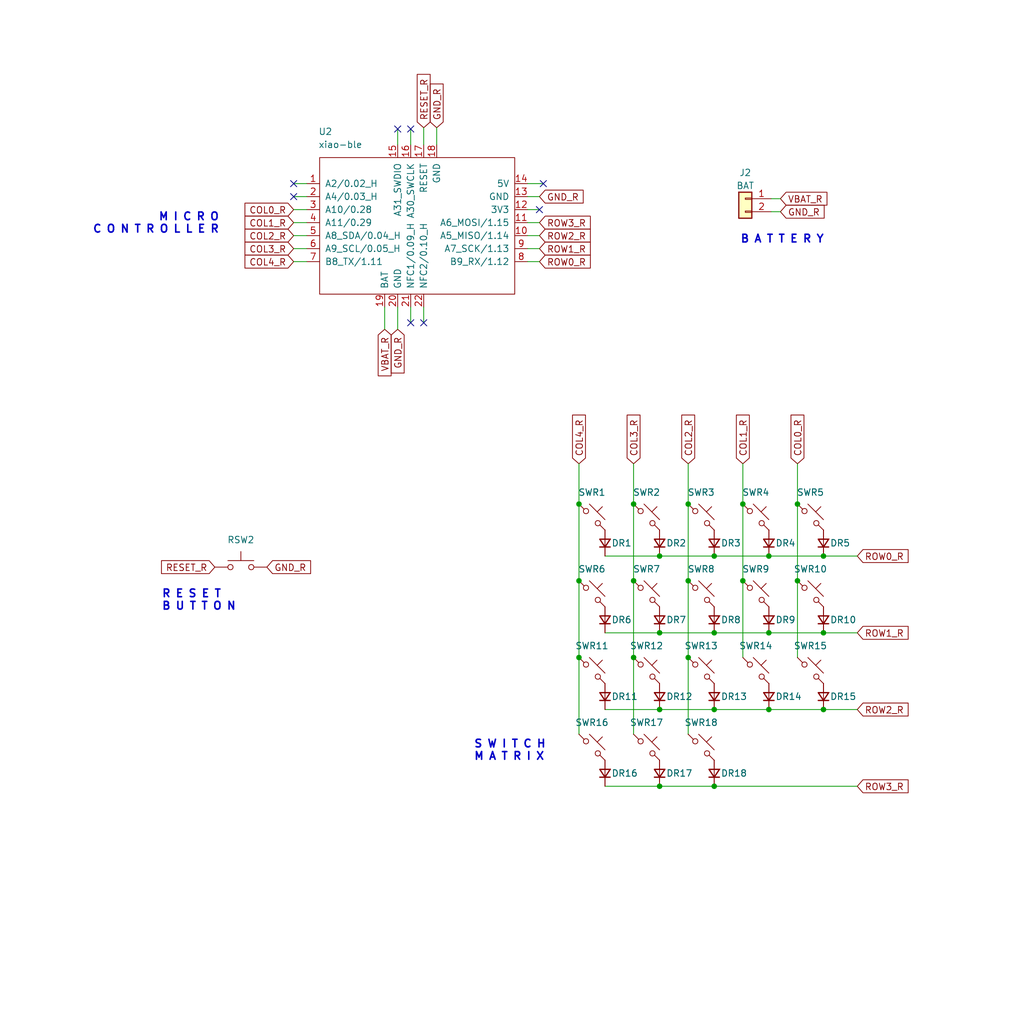
<source format=kicad_sch>
(kicad_sch (version 20230121) (generator eeschema)
  (paper "User" 200 200)
  (title_block (title "Karma Wireless Split Ergonomic Keyboard") (date "2023-04-04") (rev "0.1"))
  (lib_symbols
    (symbol "Connector_Generic:Conn_01x02" (pin_names (offset 1.016) hide)
      (property "Reference" "J" (at 0 2.54 0))
      (property "Value" "Conn_01x02" (at 0 -5.08 0))
      (symbol "Conn_01x02_1_1"
        (rectangle (start -1.27 -2.413) (end 0 -2.667) (stroke (width 0.1524)))
        (rectangle (start -1.27 0.127) (end 0 -0.127) (stroke (width 0.1524)))
        (rectangle (start -1.27 1.27) (end 1.27 -3.81) (stroke (width 0.254)) (fill (type background)))
        (pin passive line (at -5.08 0 0) (length 3.81) (name "Pin_1") (number "1"))
        (pin passive line (at -5.08 -2.54 0) (length 3.81) (name "Pin_2") (number "2"))
      )
    )
    (symbol "Device:D_Small" (pin_numbers hide) (pin_names (offset 0.254) hide)
      (property "Reference" "D" (at -1.27 2.032 0))
      (property "Value" "D_Small" (at -3.81 -2.032 0))
      (symbol "D_Small_0_1"
        (polyline (pts (xy -0.762 -1.016) (xy -0.762 1.016)) (stroke (width 0.254)))
        (polyline (pts (xy -0.762 0) (xy 0.762 0)))
        (polyline (pts (xy 0.762 -1.016) (xy -0.762 0) (xy 0.762 1.016) (xy 0.762 -1.016)) (stroke (width 0.254)))
      )
      (symbol "D_Small_1_1"
        (pin passive line (at -2.54 0 0) (length 1.778) (name "K") (number "1"))
        (pin passive line (at 2.54 0 180) (length 1.778) (name "A") (number "2"))
      )
    )
    (symbol "Switch:SW_Push" (pin_numbers hide) (pin_names (offset 1.016) hide)
      (property "Reference" "SW" (at 1.27 2.54 0))
      (property "Value" "SW_Push" (at 0 -1.524 0))
      (symbol "SW_Push_0_1"
        (circle (center -2.032 0) (radius 0.508))
        (polyline (pts (xy 0 1.27) (xy 0 3.048)))
        (polyline (pts (xy 2.54 1.27) (xy -2.54 1.27)))
        (circle (center 2.032 0) (radius 0.508))
        (pin passive line (at -5.08 0 0) (length 2.54) (name "1") (number "1"))
        (pin passive line (at 5.08 0 180) (length 2.54) (name "2") (number "2"))
      )
    )
    (symbol "Switch:SW_Push_45deg" (pin_numbers hide) (pin_names (offset 1.016) hide)
      (property "Reference" "SW" (at 3.048 1.016 0))
      (property "Value" "SW_Push_45deg" (at 0 -3.81 0))
      (symbol "SW_Push_45deg_0_1"
        (circle (center -1.1684 1.1684) (radius 0.508))
        (polyline (pts (xy -0.508 2.54) (xy 2.54 -0.508)))
        (polyline (pts (xy 1.016 1.016) (xy 2.032 2.032)))
        (polyline (pts (xy -2.54 2.54) (xy -1.524 1.524) (xy -1.524 1.524)))
        (polyline (pts (xy 1.524 -1.524) (xy 2.54 -2.54) (xy 2.54 -2.54) (xy 2.54 -2.54)))
        (circle (center 1.143 -1.1938) (radius 0.508))
        (pin passive line (at -2.54 2.54 0) (length 0) (name "1") (number "1"))
        (pin passive line (at 2.54 -2.54 180) (length 0) (name "2") (number "2"))
      )
    )
    (symbol "mcu:xiao-ble" (pin_names (offset 1.016))
      (property "Reference" "U" (at -17.78 16.51 0))
      (property "Value" "xiao-ble" (at -15.24 13.97 0))
      (symbol "xiao-ble_0_1"
        (rectangle (start -19.05 12.7) (end 19.05 -13.97))
      )
      (symbol "xiao-ble_1_1"
        (pin bidirectional line (at -21.59 7.62 0) (length 2.54) (name "A2/0.02_H") (number "1"))
        (pin bidirectional line (at 21.59 -2.54 180) (length 2.54) (name "A5_MISO/1.14") (number "10"))
        (pin bidirectional line (at 21.59 0 180) (length 2.54) (name "A6_MOSI/1.15") (number "11"))
        (pin power_out line (at 21.59 2.54 180) (length 2.54) (name "3V3") (number "12"))
        (pin power_out line (at 21.59 5.08 180) (length 2.54) (name "GND") (number "13"))
        (pin power_out line (at 21.59 7.62 180) (length 2.54) (name "5V") (number "14"))
        (pin input line (at -3.81 15.24 270) (length 2.54) (name "A31_SWDIO") (number "15"))
        (pin input line (at -1.27 15.24 270) (length 2.54) (name "A30_SWCLK") (number "16"))
        (pin input line (at 1.27 15.24 270) (length 2.54) (name "RESET") (number "17"))
        (pin power_out line (at 3.81 15.24 270) (length 2.54) (name "GND") (number "18"))
        (pin bidirectional line (at -6.35 -16.51 90) (length 2.54) (name "BAT") (number "19"))
        (pin bidirectional line (at -21.59 5.08 0) (length 2.54) (name "A4/0.03_H") (number "2"))
        (pin power_out line (at -3.81 -16.51 90) (length 2.54) (name "GND") (number "20"))
        (pin bidirectional line (at -1.27 -16.51 90) (length 2.54) (name "NFC1/0.09_H") (number "21"))
        (pin bidirectional line (at 1.27 -16.51 90) (length 2.54) (name "NFC2/0.10_H") (number "22"))
        (pin bidirectional line (at -21.59 2.54 0) (length 2.54) (name "A10/0.28") (number "3"))
        (pin bidirectional line (at -21.59 0 0) (length 2.54) (name "A11/0.29") (number "4"))
        (pin bidirectional line (at -21.59 -2.54 0) (length 2.54) (name "A8_SDA/0.04_H") (number "5"))
        (pin bidirectional line (at -21.59 -5.08 0) (length 2.54) (name "A9_SCL/0.05_H") (number "6"))
        (pin bidirectional line (at -21.59 -7.62 0) (length 2.54) (name "B8_TX/1.11") (number "7"))
        (pin bidirectional line (at 21.59 -7.62 180) (length 2.54) (name "B9_RX/1.12") (number "8"))
        (pin bidirectional line (at 21.59 -5.08 180) (length 2.54) (name "A7_SCK/1.13") (number "9"))
      )
    )
  )
  (junction (at 150.1648 123.5964))
  (junction (at 139.4968 108.6104))
  (junction (at 134.4168 98.4504))
  (junction (at 128.8288 108.6104))
  (junction (at 128.8288 138.5824))
  (junction (at 139.4968 123.5964))
  (junction (at 139.4968 138.5824))
  (junction (at 139.4968 153.5684))
  (junction (at 155.7528 98.4504))
  (junction (at 160.8328 108.6104))
  (junction (at 145.0848 113.4364))
  (junction (at 160.8328 138.5824))
  (junction (at 145.0848 98.4504))
  (junction (at 134.4168 128.4224))
  (junction (at 128.8288 123.5964))
  (junction (at 123.7488 98.4504))
  (junction (at 123.7488 128.4224))
  (junction (at 113.0808 113.4364))
  (junction (at 128.8288 153.5684))
  (junction (at 150.1648 108.6104))
  (junction (at 155.7528 113.4364))
  (junction (at 113.0808 98.4504))
  (junction (at 150.1648 138.5824))
  (junction (at 134.4168 113.4364))
  (junction (at 160.8328 123.5964))
  (junction (at 123.7488 113.4364))
  (junction (at 113.0808 128.4224))
  (no_connect (at 106.1212 35.8648))
  (no_connect (at 57.3532 38.4048))
  (no_connect (at 57.3532 35.8648))
  (no_connect (at 105.3592 40.9448))
  (no_connect (at 80.2132 63.0428))
  (no_connect (at 80.2132 25.1968))
  (no_connect (at 82.7532 63.0428))
  (no_connect (at 77.6732 25.1968))
  (wire (pts (xy 160.8328 108.6104) (xy 167.4368 108.6104)))
  (wire (pts (xy 160.8328 123.5964) (xy 167.4368 123.5964)))
  (wire (pts (xy 85.2932 24.9428) (xy 85.2932 28.2448)))
  (wire (pts (xy 128.8288 108.6104) (xy 139.4968 108.6104)))
  (wire (pts (xy 113.0808 90.5764) (xy 113.0808 98.4504)))
  (wire (pts (xy 118.1608 153.5684) (xy 128.8288 153.5684)))
  (wire (pts (xy 155.7528 90.5764) (xy 155.7528 98.4504)))
  (wire (pts (xy 152.4254 38.8112) (xy 150.6474 38.8112)))
  (wire (pts (xy 145.0848 90.5764) (xy 145.0848 98.4504)))
  (wire (pts (xy 155.7528 113.4364) (xy 155.7528 128.4224)))
  (wire (pts (xy 134.4168 113.4364) (xy 134.4168 128.4224)))
  (wire (pts (xy 82.7532 59.9948) (xy 82.7532 63.0428)))
  (wire (pts (xy 139.4968 138.5824) (xy 150.1648 138.5824)))
  (wire (pts (xy 123.7488 113.4364) (xy 123.7488 128.4224)))
  (wire (pts (xy 128.8288 123.5964) (xy 139.4968 123.5964)))
  (wire (pts (xy 123.7488 98.4504) (xy 123.7488 113.4364)))
  (wire (pts (xy 118.1608 108.6104) (xy 128.8288 108.6104)))
  (wire (pts (xy 139.4968 153.5684) (xy 167.4368 153.5684)))
  (wire (pts (xy 113.0808 98.4504) (xy 113.0808 113.4364)))
  (wire (pts (xy 128.8288 138.5824) (xy 139.4968 138.5824)))
  (wire (pts (xy 77.6732 59.9948) (xy 77.6732 64.3128)))
  (wire (pts (xy 160.8328 138.5824) (xy 167.4368 138.5824)))
  (wire (pts (xy 150.6474 41.3512) (xy 152.4254 41.3512)))
  (wire (pts (xy 118.1608 123.5964) (xy 128.8288 123.5964)))
  (wire (pts (xy 123.7488 128.4224) (xy 123.7488 143.4084)))
  (wire (pts (xy 155.7528 98.4504) (xy 155.7528 113.4364)))
  (wire (pts (xy 77.6732 25.1968) (xy 77.6732 28.2448)))
  (wire (pts (xy 103.0732 38.4048) (xy 105.3592 38.4048)))
  (wire (pts (xy 82.7532 24.9428) (xy 82.7532 28.2448)))
  (wire (pts (xy 150.1648 108.6104) (xy 160.8328 108.6104)))
  (wire (pts (xy 134.4168 98.4504) (xy 134.4168 113.4364)))
  (wire (pts (xy 128.8288 153.5684) (xy 139.4968 153.5684)))
  (wire (pts (xy 134.4168 128.4224) (xy 134.4168 143.4084)))
  (wire (pts (xy 139.4968 108.6104) (xy 150.1648 108.6104)))
  (wire (pts (xy 113.0808 113.4364) (xy 113.0808 128.4224)))
  (wire (pts (xy 150.1648 123.5964) (xy 160.8328 123.5964)))
  (wire (pts (xy 145.0848 98.4504) (xy 145.0848 113.4364)))
  (wire (pts (xy 103.0732 48.5648) (xy 105.3592 48.5648)))
  (wire (pts (xy 139.4968 123.5964) (xy 150.1648 123.5964)))
  (wire (pts (xy 57.3532 46.0248) (xy 59.8932 46.0248)))
  (wire (pts (xy 103.0732 46.0248) (xy 105.3592 46.0248)))
  (wire (pts (xy 57.3532 38.4048) (xy 59.8932 38.4048)))
  (wire (pts (xy 57.3532 35.8648) (xy 59.8932 35.8648)))
  (wire (pts (xy 57.3532 48.5648) (xy 59.8932 48.5648)))
  (wire (pts (xy 113.0808 128.4224) (xy 113.0808 143.4084)))
  (wire (pts (xy 75.1332 59.9948) (xy 75.1332 64.3128)))
  (wire (pts (xy 145.0848 113.4364) (xy 145.0848 128.4224)))
  (wire (pts (xy 118.1608 138.5824) (xy 128.8288 138.5824)))
  (wire (pts (xy 123.7488 90.5764) (xy 123.7488 98.4504)))
  (wire (pts (xy 103.0732 51.1048) (xy 105.3592 51.1048)))
  (wire (pts (xy 150.1648 138.5824) (xy 160.8328 138.5824)))
  (wire (pts (xy 134.4168 90.5764) (xy 134.4168 98.4504)))
  (wire (pts (xy 103.0732 35.8648) (xy 106.1212 35.8648)))
  (wire (pts (xy 57.3532 43.4848) (xy 59.8932 43.4848)))
  (wire (pts (xy 57.3532 51.1048) (xy 59.8932 51.1048)))
  (wire (pts (xy 80.2132 25.1968) (xy 80.2132 28.2448)))
  (wire (pts (xy 80.2132 59.9948) (xy 80.2132 63.0428)))
  (wire (pts (xy 57.3532 40.9448) (xy 59.8932 40.9448)))
  (wire (pts (xy 103.0732 40.9448) (xy 105.3592 40.9448)))
  (wire (pts (xy 103.0732 43.4848) (xy 105.3592 43.4848)))
  (text "S W I T C H\nM A T R I X" (at 92.5068 148.7424 0) (effects (font (size 1.5 1.5) (thickness 0.3) bold) (justify left bottom)))
  (text "B A T T E R Y" (at 144.5514 47.7012 0) (effects (font (size 1.5 1.5) (thickness 0.3) bold) (justify left bottom)))
  (text "R E S E T \nB U T T O N" (at 31.5468 119.4054 0) (effects (font (size 1.5 1.5) (thickness 0.3) bold) (justify left bottom)))
  (text "M I C R O\nC O N T R O L L E R" (at 42.8752 45.7708 0) (effects (font (size 1.5 1.5) (thickness 0.3) bold) (justify right bottom)))
  (global_label "ROW3_R" (shape input) (at 105.3592 43.4848 0) (property "Intersheetrefs" "${INTERSHEET_REFS}" (effects hide)))
  (global_label "GND_R" (shape input) (at 85.2932 24.9428 90) (property "Intersheetrefs" "${INTERSHEET_REFS}" (effects hide)))
  (global_label "ROW1_R" (shape input) (at 167.4368 123.5964 0) (property "Intersheetrefs" "${INTERSHEET_REFS}" (effects hide)))
  (global_label "GND_R" (shape input) (at 152.4254 41.3512 0) (property "Intersheetrefs" "${INTERSHEET_REFS}" (effects hide)))
  (global_label "COL1_R" (shape input) (at 145.0848 90.5764 90) (property "Intersheetrefs" "${INTERSHEET_REFS}" (effects hide)))
  (global_label "COL2_R" (shape input) (at 57.3532 46.0248 180) (property "Intersheetrefs" "${INTERSHEET_REFS}" (effects hide)))
  (global_label "GND_R" (shape input) (at 77.6732 64.3128 270) (property "Intersheetrefs" "${INTERSHEET_REFS}" (effects hide)))
  (global_label "COL0_R" (shape input) (at 155.7528 90.5764 90) (property "Intersheetrefs" "${INTERSHEET_REFS}" (effects hide)))
  (global_label "COL0_R" (shape input) (at 57.3532 40.9448 180) (property "Intersheetrefs" "${INTERSHEET_REFS}" (effects hide)))
  (global_label "ROW0_R" (shape input) (at 167.4368 108.6104 0) (property "Intersheetrefs" "${INTERSHEET_REFS}" (effects hide)))
  (global_label "VBAT_R" (shape input) (at 75.1332 64.3128 270) (property "Intersheetrefs" "${INTERSHEET_REFS}" (effects hide)))
  (global_label "ROW2_R" (shape input) (at 167.4368 138.5824 0) (property "Intersheetrefs" "${INTERSHEET_REFS}" (effects hide)))
  (global_label "GND_R" (shape input) (at 52.1208 110.7694 0) (property "Intersheetrefs" "${INTERSHEET_REFS}" (effects hide)))
  (global_label "COL1_R" (shape input) (at 57.3532 43.4848 180) (property "Intersheetrefs" "${INTERSHEET_REFS}" (effects hide)))
  (global_label "COL4_R" (shape input) (at 57.3532 51.1048 180) (property "Intersheetrefs" "${INTERSHEET_REFS}" (effects hide)))
  (global_label "RESET_R" (shape input) (at 82.7532 24.9428 90) (property "Intersheetrefs" "${INTERSHEET_REFS}" (effects hide)))
  (global_label "ROW2_R" (shape input) (at 105.3592 46.0248 0) (property "Intersheetrefs" "${INTERSHEET_REFS}" (effects hide)))
  (global_label "VBAT_R" (shape input) (at 152.4254 38.8112 0) (property "Intersheetrefs" "${INTERSHEET_REFS}" (effects hide)))
  (global_label "GND_R" (shape input) (at 105.3592 38.4048 0) (property "Intersheetrefs" "${INTERSHEET_REFS}" (effects hide)))
  (global_label "COL3_R" (shape input) (at 57.3532 48.5648 180) (property "Intersheetrefs" "${INTERSHEET_REFS}" (effects hide)))
  (global_label "ROW1_R" (shape input) (at 105.3592 48.5648 0) (property "Intersheetrefs" "${INTERSHEET_REFS}" (effects hide)))
  (global_label "COL3_R" (shape input) (at 123.7488 90.5764 90) (property "Intersheetrefs" "${INTERSHEET_REFS}" (effects hide)))
  (global_label "ROW0_R" (shape input) (at 105.3592 51.1048 0) (property "Intersheetrefs" "${INTERSHEET_REFS}" (effects hide)))
  (global_label "COL2_R" (shape input) (at 134.4168 90.5764 90) (property "Intersheetrefs" "${INTERSHEET_REFS}" (effects hide)))
  (global_label "COL4_R" (shape input) (at 113.0808 90.5764 90) (property "Intersheetrefs" "${INTERSHEET_REFS}" (effects hide)))
  (global_label "RESET_R" (shape input) (at 41.9608 110.7694 180) (property "Intersheetrefs" "${INTERSHEET_REFS}" (effects hide)))
  (global_label "ROW3_R" (shape input) (at 167.4368 153.5684 0) (property "Intersheetrefs" "${INTERSHEET_REFS}" (effects hide)))
  (symbol (lib_id "Device:D_Small") (at 139.4968 121.0564 90) (unit 1)
    (property "Reference" "DR8" (at 140.7668 121.0564 90) (effects (justify right)))
    (property "Value" "D_Small" (effects hide))
    (property "Footprint" "karmalib:Diode_SOD123" (effects hide))
  )
  (symbol (lib_id "Device:D_Small") (at 128.8288 106.0704 90) (unit 1)
    (property "Reference" "DR2" (at 130.0988 106.0704 90) (effects (justify right)))
    (property "Value" "D_Small" (effects hide))
    (property "Footprint" "karmalib:Diode_SOD123" (effects hide))
  )
  (symbol (lib_id "Device:D_Small") (at 118.1608 121.0564 90) (unit 1)
    (property "Reference" "DR6" (at 119.4308 121.0564 90) (effects (justify right)))
    (property "Value" "D_Small" (effects hide))
    (property "Footprint" "karmalib:Diode_SOD123" (effects hide))
  )
  (symbol (lib_id "Switch:SW_Push_45deg") (at 147.6248 130.9624 0) (unit 1)
    (property "Reference" "SWR14" (at 147.6248 126.1364 0))
    (property "Value" "SW_Push_45deg" (effects hide))
    (property "Footprint" "karmalib:Kailh_Socket_PG1350_Optional" (effects hide))
  )
  (symbol (lib_id "Switch:SW_Push_45deg") (at 136.9568 115.9764 0) (unit 1)
    (property "Reference" "SWR8" (at 136.9568 111.1504 0))
    (property "Value" "SW_Push_45deg" (effects hide))
    (property "Footprint" "karmalib:Kailh_Socket_PG1350_Optional" (effects hide))
  )
  (symbol (lib_id "Switch:SW_Push_45deg") (at 136.9568 100.9904 0) (unit 1)
    (property "Reference" "SWR3" (at 136.9568 96.1644 0))
    (property "Value" "SW_Push_45deg" (effects hide))
    (property "Footprint" "karmalib:Kailh_Socket_PG1350_Optional" (effects hide))
  )
  (symbol (lib_id "Switch:SW_Push_45deg") (at 126.2888 130.9624 0) (unit 1)
    (property "Reference" "SWR12" (at 126.2888 126.1364 0))
    (property "Value" "SW_Push_45deg" (effects hide))
    (property "Footprint" "karmalib:Kailh_Socket_PG1350_Optional" (effects hide))
  )
  (symbol (lib_id "Device:D_Small") (at 128.8288 136.0424 90) (unit 1)
    (property "Reference" "DR12" (at 130.0988 136.0424 90) (effects (justify right)))
    (property "Value" "D_Small" (effects hide))
    (property "Footprint" "karmalib:Diode_SOD123" (effects hide))
  )
  (symbol (lib_id "Device:D_Small") (at 139.4968 136.0424 90) (unit 1)
    (property "Reference" "DR13" (at 140.7668 136.0424 90) (effects (justify right)))
    (property "Value" "D_Small" (effects hide))
    (property "Footprint" "karmalib:Diode_SOD123" (effects hide))
  )
  (symbol (lib_id "Switch:SW_Push_45deg") (at 115.6208 130.9624 0) (unit 1)
    (property "Reference" "SWR11" (at 115.6208 126.1364 0))
    (property "Value" "SW_Push_45deg" (effects hide))
    (property "Footprint" "karmalib:Kailh_Socket_PG1350_Optional" (effects hide))
  )
  (symbol (lib_id "Device:D_Small") (at 139.4968 151.0284 90) (unit 1)
    (property "Reference" "DR18" (at 140.7668 151.0284 90) (effects (justify right)))
    (property "Value" "D_Small" (effects hide))
    (property "Footprint" "karmalib:Diode_SOD123" (effects hide))
  )
  (symbol (lib_id "Switch:SW_Push_45deg") (at 115.6208 145.9484 0) (unit 1)
    (property "Reference" "SWR16" (at 115.6208 141.1224 0))
    (property "Value" "SW_Push_45deg" (effects hide))
    (property "Footprint" "karmalib:Kailh_Socket_PG1350_Optional" (effects hide))
  )
  (symbol (lib_id "Device:D_Small") (at 118.1608 136.0424 90) (unit 1)
    (property "Reference" "DR11" (at 119.4308 136.0424 90) (effects (justify right)))
    (property "Value" "D_Small" (effects hide))
    (property "Footprint" "karmalib:Diode_SOD123" (effects hide))
  )
  (symbol (lib_id "Device:D_Small") (at 150.1648 106.0704 90) (unit 1)
    (property "Reference" "DR4" (at 151.4348 106.0704 90) (effects (justify right)))
    (property "Value" "D_Small" (effects hide))
    (property "Footprint" "karmalib:Diode_SOD123" (effects hide))
  )
  (symbol (lib_id "Switch:SW_Push_45deg") (at 126.2888 100.9904 0) (unit 1)
    (property "Reference" "SWR2" (at 126.2888 96.1644 0))
    (property "Value" "SW_Push_45deg" (effects hide))
    (property "Footprint" "karmalib:Kailh_Socket_PG1350_Optional" (effects hide))
  )
  (symbol (lib_id "Device:D_Small") (at 160.8328 136.0424 90) (unit 1)
    (property "Reference" "DR15" (at 162.1028 136.0424 90) (effects (justify right)))
    (property "Value" "D_Small" (effects hide))
    (property "Footprint" "karmalib:Diode_SOD123" (effects hide))
  )
  (symbol (lib_id "Device:D_Small") (at 160.8328 106.0704 90) (unit 1)
    (property "Reference" "DR5" (at 162.1028 106.0704 90) (effects (justify right)))
    (property "Value" "D_Small" (effects hide))
    (property "Footprint" "karmalib:Diode_SOD123" (effects hide))
  )
  (symbol (lib_id "Device:D_Small") (at 139.4968 106.0704 90) (unit 1)
    (property "Reference" "DR3" (at 140.7668 106.0704 90) (effects (justify right)))
    (property "Value" "D_Small" (effects hide))
    (property "Footprint" "karmalib:Diode_SOD123" (effects hide))
  )
  (symbol (lib_id "Device:D_Small") (at 118.1608 106.0704 90) (unit 1)
    (property "Reference" "DR1" (at 119.4308 106.0704 90) (effects (justify right)))
    (property "Value" "D_Small" (effects hide))
    (property "Footprint" "karmalib:Diode_SOD123" (effects hide))
  )
  (symbol (lib_id "Switch:SW_Push") (at 47.0408 110.7694 0) (unit 1)
    (property "Reference" "RSW2" (at 47.0408 105.4354 0))
    (property "Value" "SW_Push" (effects hide))
    (property "Footprint" "karmalib:SKHLLCA010" (effects hide))
  )
  (symbol (lib_id "Switch:SW_Push_45deg") (at 136.9568 130.9624 0) (unit 1)
    (property "Reference" "SWR13" (at 136.9568 126.1364 0))
    (property "Value" "SW_Push_45deg" (effects hide))
    (property "Footprint" "karmalib:Kailh_Socket_PG1350_Optional" (effects hide))
  )
  (symbol (lib_id "Switch:SW_Push_45deg") (at 115.6208 115.9764 0) (unit 1)
    (property "Reference" "SWR6" (at 115.6208 111.1504 0))
    (property "Value" "SW_Push_45deg" (effects hide))
    (property "Footprint" "karmalib:Kailh_Socket_PG1350_Optional" (effects hide))
  )
  (symbol (lib_id "Device:D_Small") (at 128.8288 121.0564 90) (unit 1)
    (property "Reference" "DR7" (at 130.0988 121.0564 90) (effects (justify right)))
    (property "Value" "D_Small" (effects hide))
    (property "Footprint" "karmalib:Diode_SOD123" (effects hide))
  )
  (symbol (lib_id "Switch:SW_Push_45deg") (at 126.2888 115.9764 0) (unit 1)
    (property "Reference" "SWR7" (at 126.2888 111.1504 0))
    (property "Value" "SW_Push_45deg" (effects hide))
    (property "Footprint" "karmalib:Kailh_Socket_PG1350_Optional" (effects hide))
  )
  (symbol (lib_id "Device:D_Small") (at 128.8288 151.0284 90) (unit 1)
    (property "Reference" "DR17" (at 130.0988 151.0284 90) (effects (justify right)))
    (property "Value" "D_Small" (effects hide))
    (property "Footprint" "karmalib:Diode_SOD123" (effects hide))
  )
  (symbol (lib_id "Switch:SW_Push_45deg") (at 147.6248 100.9904 0) (unit 1)
    (property "Reference" "SWR4" (at 147.6248 96.1644 0))
    (property "Value" "SW_Push_45deg" (effects hide))
    (property "Footprint" "karmalib:Kailh_Socket_PG1350_Optional" (effects hide))
  )
  (symbol (lib_id "Connector_Generic:Conn_01x02") (at 145.5674 38.8112 0) (mirror y) (unit 1)
    (property "Reference" "J2" (at 145.5674 33.7312 0))
    (property "Value" "BAT" (at 145.5674 36.2712 0))
    (property "Footprint" "Connector_JST:JST_PH_S2B-PH-SM4-TB_1x02-1MP_P2.00mm_Horizontal" (effects hide))
  )
  (symbol (lib_id "Device:D_Small") (at 160.8328 121.0564 90) (unit 1)
    (property "Reference" "DR10" (at 162.1028 121.0564 90) (effects (justify right)))
    (property "Value" "D_Small" (effects hide))
    (property "Footprint" "karmalib:Diode_SOD123" (effects hide))
  )
  (symbol (lib_id "Switch:SW_Push_45deg") (at 158.2928 115.9764 0) (unit 1)
    (property "Reference" "SWR10" (at 158.2928 111.1504 0))
    (property "Value" "SW_Push_45deg" (effects hide))
    (property "Footprint" "karmalib:Kailh_Socket_PG1350_Optional" (effects hide))
  )
  (symbol (lib_id "Device:D_Small") (at 150.1648 136.0424 90) (unit 1)
    (property "Reference" "DR14" (at 151.4348 136.0424 90) (effects (justify right)))
    (property "Value" "D_Small" (effects hide))
    (property "Footprint" "karmalib:Diode_SOD123" (effects hide))
  )
  (symbol (lib_id "Device:D_Small") (at 150.1648 121.0564 90) (unit 1)
    (property "Reference" "DR9" (at 151.4348 121.0564 90) (effects (justify right)))
    (property "Value" "D_Small" (effects hide))
    (property "Footprint" "karmalib:Diode_SOD123" (effects hide))
  )
  (symbol (lib_id "Switch:SW_Push_45deg") (at 136.9568 145.9484 0) (unit 1)
    (property "Reference" "SWR18" (at 136.9568 141.1224 0))
    (property "Value" "SW_Push_45deg" (effects hide))
    (property "Footprint" "karmalib:Kailh_Socket_PG1350_Optional" (effects hide))
  )
  (symbol (lib_id "Switch:SW_Push_45deg") (at 147.6248 115.9764 0) (unit 1)
    (property "Reference" "SWR9" (at 147.6248 111.1504 0))
    (property "Value" "SW_Push_45deg" (effects hide))
    (property "Footprint" "karmalib:Kailh_Socket_PG1350_Optional" (effects hide))
  )
  (symbol (lib_id "Switch:SW_Push_45deg") (at 158.2928 100.9904 0) (unit 1)
    (property "Reference" "SWR5" (at 158.2928 96.1644 0))
    (property "Value" "SW_Push_45deg" (effects hide))
    (property "Footprint" "karmalib:Kailh_Socket_PG1350_Optional" (effects hide))
  )
  (symbol (lib_id "Switch:SW_Push_45deg") (at 126.2888 145.9484 0) (unit 1)
    (property "Reference" "SWR17" (at 126.2888 141.1224 0))
    (property "Value" "SW_Push_45deg" (effects hide))
    (property "Footprint" "karmalib:Kailh_Socket_PG1350_Optional" (effects hide))
  )
  (symbol (lib_id "mcu:xiao-ble") (at 81.4832 43.4848 0) (unit 1)
    (property "Reference" "U2" (at 62.1792 25.7048 0) (effects (justify left)))
    (property "Value" "xiao-ble" (at 62.1792 28.2448 0) (effects (justify left)))
    (property "Footprint" "karmalib:XIAO_nRF52840_SMD_Cutout" (effects hide))
  )
  (symbol (lib_id "Switch:SW_Push_45deg") (at 115.6208 100.9904 0) (unit 1)
    (property "Reference" "SWR1" (at 115.6208 96.1644 0))
    (property "Value" "SW_Push_45deg" (effects hide))
    (property "Footprint" "karmalib:Kailh_Socket_PG1350_Optional" (effects hide))
  )
  (symbol (lib_id "Switch:SW_Push_45deg") (at 158.2928 130.9624 0) (unit 1)
    (property "Reference" "SWR15" (at 158.2928 126.1364 0))
    (property "Value" "SW_Push_45deg" (effects hide))
    (property "Footprint" "karmalib:Kailh_Socket_PG1350_Optional" (effects hide))
  )
  (symbol (lib_id "Device:D_Small") (at 118.1608 151.0284 90) (unit 1)
    (property "Reference" "DR16" (at 119.4308 151.0284 90) (effects (justify right)))
    (property "Value" "D_Small" (effects hide))
    (property "Footprint" "karmalib:Diode_SOD123" (effects hide))
  )
)
</source>
